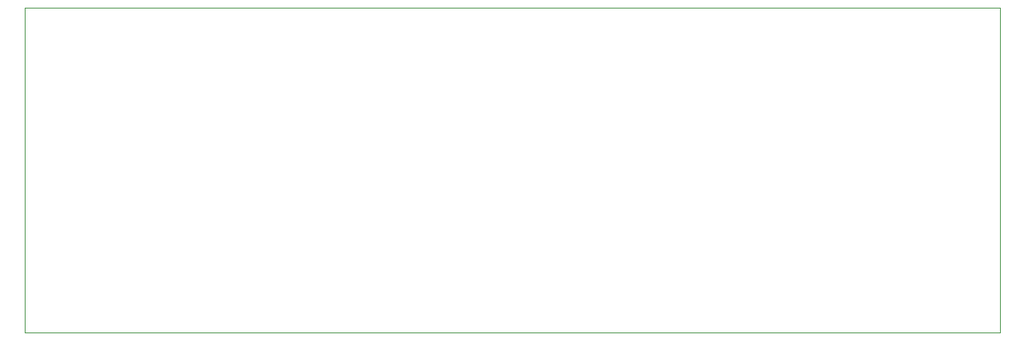
<source format=gbr>
G04 #@! TF.GenerationSoftware,KiCad,Pcbnew,5.1.5+dfsg1-2build2*
G04 #@! TF.CreationDate,2021-01-30T12:17:23-05:00*
G04 #@! TF.ProjectId,breadboard_clock,62726561-6462-46f6-9172-645f636c6f63,rev?*
G04 #@! TF.SameCoordinates,Original*
G04 #@! TF.FileFunction,Profile,NP*
%FSLAX46Y46*%
G04 Gerber Fmt 4.6, Leading zero omitted, Abs format (unit mm)*
G04 Created by KiCad (PCBNEW 5.1.5+dfsg1-2build2) date 2021-01-30 12:17:23*
%MOMM*%
%LPD*%
G04 APERTURE LIST*
%ADD10C,0.050000*%
G04 APERTURE END LIST*
D10*
X38100000Y-81280000D02*
X38100000Y-116840000D01*
X144780000Y-81280000D02*
X38100000Y-81280000D01*
X144780000Y-116840000D02*
X144780000Y-81280000D01*
X38100000Y-116840000D02*
X144780000Y-116840000D01*
M02*

</source>
